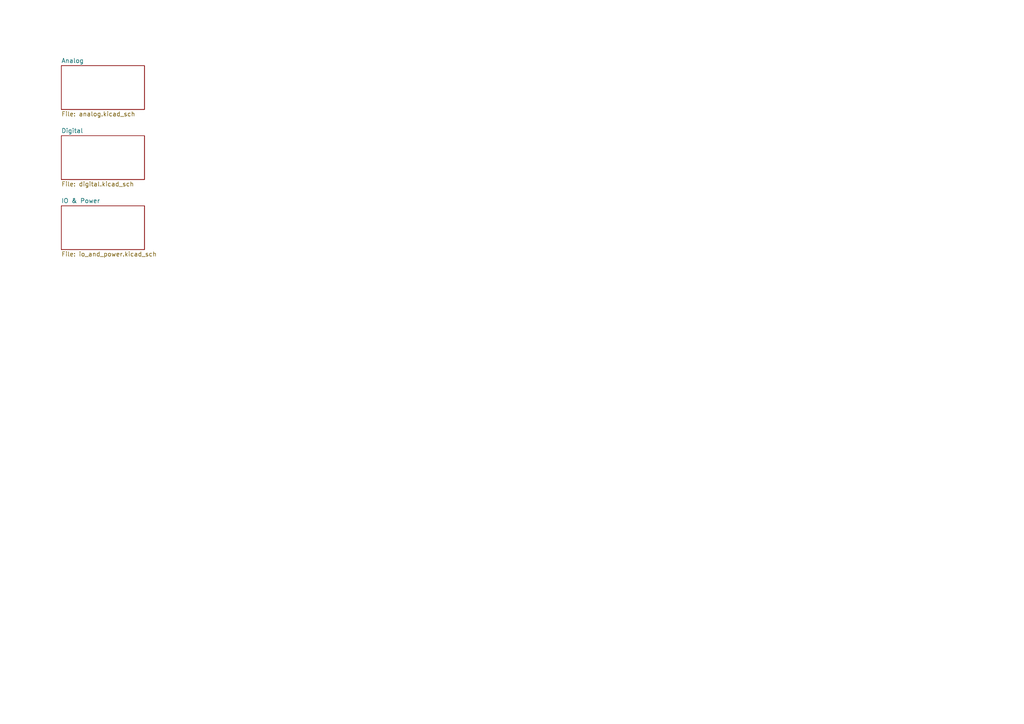
<source format=kicad_sch>
(kicad_sch
	(version 20250114)
	(generator "eeschema")
	(generator_version "9.0")
	(uuid "50201dbb-ce2c-4681-8d0b-b3063868b684")
	(paper "A4")
	(lib_symbols)
	(sheet
		(at 17.78 39.37)
		(size 24.13 12.7)
		(exclude_from_sim no)
		(in_bom yes)
		(on_board yes)
		(dnp no)
		(fields_autoplaced yes)
		(stroke
			(width 0.1524)
			(type solid)
		)
		(fill
			(color 0 0 0 0.0000)
		)
		(uuid "42b047fd-9314-498c-9c34-628173576b07")
		(property "Sheetname" "Digital"
			(at 17.78 38.6584 0)
			(effects
				(font
					(size 1.27 1.27)
				)
				(justify left bottom)
			)
		)
		(property "Sheetfile" "digital.kicad_sch"
			(at 17.78 52.6546 0)
			(effects
				(font
					(size 1.27 1.27)
				)
				(justify left top)
			)
		)
		(instances
			(project "vu-meter-processor"
				(path "/50201dbb-ce2c-4681-8d0b-b3063868b684"
					(page "3")
				)
			)
		)
	)
	(sheet
		(at 17.78 59.69)
		(size 24.13 12.7)
		(exclude_from_sim no)
		(in_bom yes)
		(on_board yes)
		(dnp no)
		(fields_autoplaced yes)
		(stroke
			(width 0.1524)
			(type solid)
		)
		(fill
			(color 0 0 0 0.0000)
		)
		(uuid "8588eb71-d238-4a41-a59b-171191caf880")
		(property "Sheetname" "IO & Power"
			(at 17.78 58.9784 0)
			(effects
				(font
					(size 1.27 1.27)
				)
				(justify left bottom)
			)
		)
		(property "Sheetfile" "io_and_power.kicad_sch"
			(at 17.78 72.9746 0)
			(effects
				(font
					(size 1.27 1.27)
				)
				(justify left top)
			)
		)
		(instances
			(project "vu-meter-processor"
				(path "/50201dbb-ce2c-4681-8d0b-b3063868b684"
					(page "4")
				)
			)
		)
	)
	(sheet
		(at 17.78 19.05)
		(size 24.13 12.7)
		(exclude_from_sim no)
		(in_bom yes)
		(on_board yes)
		(dnp no)
		(fields_autoplaced yes)
		(stroke
			(width 0.1524)
			(type solid)
		)
		(fill
			(color 0 0 0 0.0000)
		)
		(uuid "b5a15edd-f079-4332-a725-9b2801ef9020")
		(property "Sheetname" "Analog"
			(at 17.78 18.3384 0)
			(effects
				(font
					(size 1.27 1.27)
				)
				(justify left bottom)
			)
		)
		(property "Sheetfile" "analog.kicad_sch"
			(at 17.78 32.3346 0)
			(effects
				(font
					(size 1.27 1.27)
				)
				(justify left top)
			)
		)
		(instances
			(project "vu-meter-processor"
				(path "/50201dbb-ce2c-4681-8d0b-b3063868b684"
					(page "2")
				)
			)
		)
	)
	(sheet_instances
		(path "/"
			(page "1")
		)
	)
	(embedded_fonts no)
)

</source>
